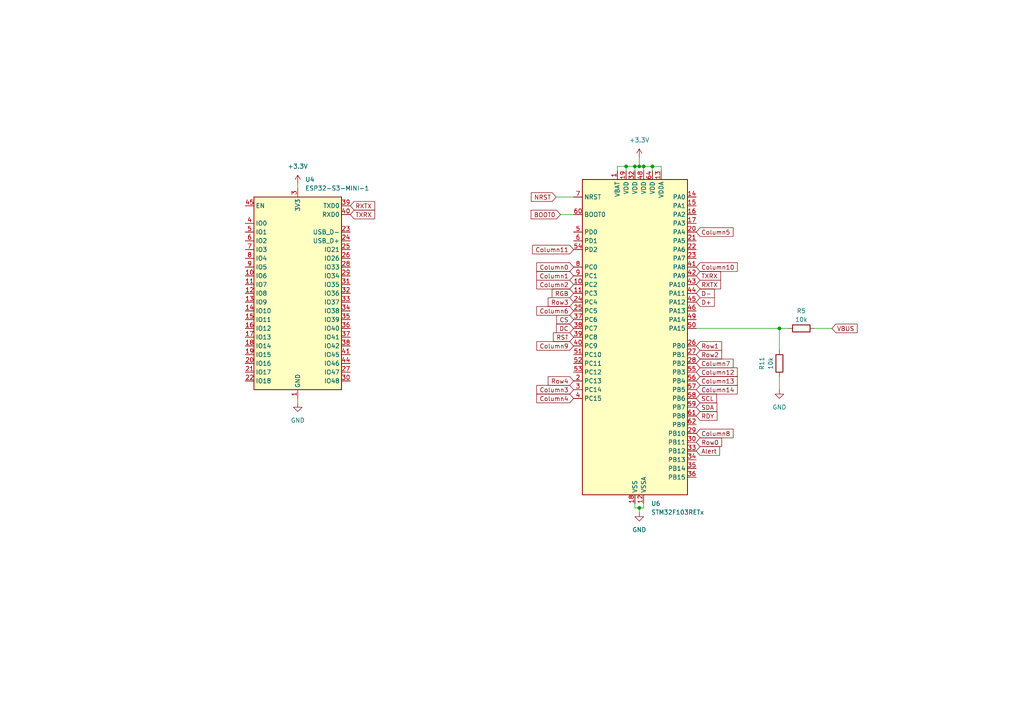
<source format=kicad_sch>
(kicad_sch (version 20250114) (generator "eeschema") (generator_version "9.0")
  (paper "A4")
  (lib_symbols
    (symbol "MCU_ST_STM32F1:STM32F103RETx"
      (property "Reference" "U" (at -15.24 46.99 0))
      (property "Value" "STM32F103RETx" (at 10.16 46.99 0))
      (symbol "STM32F103RETx_0_1"
        (rectangle (start -15.24 -45.72) (end 15.24 45.72) (stroke (width 0.254)) (fill (type background)))
      )
      (symbol "STM32F103RETx_1_1"
        (pin input line (at -17.78 40.64 0) (length 2.54) (name "NRST") (number "7"))
        (pin input line (at -17.78 35.56 0) (length 2.54) (name "BOOT0") (number "60"))
        (pin bidirectional line (at -17.78 30.48 0) (length 2.54) (name "PD0") (number "5"))
        (pin bidirectional line (at -17.78 27.94 0) (length 2.54) (name "PD1") (number "6"))
        (pin bidirectional line (at -17.78 25.4 0) (length 2.54) (name "PD2") (number "54"))
        (pin bidirectional line (at -17.78 20.32 0) (length 2.54) (name "PC0") (number "8"))
        (pin bidirectional line (at -17.78 17.78 0) (length 2.54) (name "PC1") (number "9"))
        (pin bidirectional line (at -17.78 15.24 0) (length 2.54) (name "PC2") (number "10"))
        (pin bidirectional line (at -17.78 12.7 0) (length 2.54) (name "PC3") (number "11"))
        (pin bidirectional line (at -17.78 10.16 0) (length 2.54) (name "PC4") (number "24"))
        (pin bidirectional line (at -17.78 7.62 0) (length 2.54) (name "PC5") (number "25"))
        (pin bidirectional line (at -17.78 5.08 0) (length 2.54) (name "PC6") (number "37"))
        (pin bidirectional line (at -17.78 2.54 0) (length 2.54) (name "PC7") (number "38"))
        (pin bidirectional line (at -17.78 0 0) (length 2.54) (name "PC8") (number "39"))
        (pin bidirectional line (at -17.78 -2.54 0) (length 2.54) (name "PC9") (number "40"))
        (pin bidirectional line (at -17.78 -5.08 0) (length 2.54) (name "PC10") (number "51"))
        (pin bidirectional line (at -17.78 -7.62 0) (length 2.54) (name "PC11") (number "52"))
        (pin bidirectional line (at -17.78 -10.16 0) (length 2.54) (name "PC12") (number "53"))
        (pin bidirectional line (at -17.78 -12.7 0) (length 2.54) (name "PC13") (number "2"))
        (pin bidirectional line (at -17.78 -15.24 0) (length 2.54) (name "PC14") (number "3"))
        (pin bidirectional line (at -17.78 -17.78 0) (length 2.54) (name "PC15") (number "4"))
        (pin power_in line (at -5.08 48.26 270) (length 2.54) (name "VBAT") (number "1"))
        (pin power_in line (at -2.54 48.26 270) (length 2.54) (name "VDD") (number "19"))
        (pin power_in line (at 0 48.26 270) (length 2.54) (name "VDD") (number "32"))
        (pin power_in line (at 0 -48.26 90) (length 2.54) (name "VSS") (number "18"))
        (pin passive line (at 0 -48.26 90) (length 2.54) (hide yes) (name "VSS") (number "31"))
        (pin passive line (at 0 -48.26 90) (length 2.54) (hide yes) (name "VSS") (number "47"))
        (pin passive line (at 0 -48.26 90) (length 2.54) (hide yes) (name "VSS") (number "63"))
        (pin power_in line (at 2.54 48.26 270) (length 2.54) (name "VDD") (number "48"))
        (pin power_in line (at 2.54 -48.26 90) (length 2.54) (name "VSSA") (number "12"))
        (pin power_in line (at 5.08 48.26 270) (length 2.54) (name "VDD") (number "64"))
        (pin power_in line (at 7.62 48.26 270) (length 2.54) (name "VDDA") (number "13"))
        (pin bidirectional line (at 17.78 40.64 180) (length 2.54) (name "PA0") (number "14"))
        (pin bidirectional line (at 17.78 38.1 180) (length 2.54) (name "PA1") (number "15"))
        (pin bidirectional line (at 17.78 35.56 180) (length 2.54) (name "PA2") (number "16"))
        (pin bidirectional line (at 17.78 33.02 180) (length 2.54) (name "PA3") (number "17"))
        (pin bidirectional line (at 17.78 30.48 180) (length 2.54) (name "PA4") (number "20"))
        (pin bidirectional line (at 17.78 27.94 180) (length 2.54) (name "PA5") (number "21"))
        (pin bidirectional line (at 17.78 25.4 180) (length 2.54) (name "PA6") (number "22"))
        (pin bidirectional line (at 17.78 22.86 180) (length 2.54) (name "PA7") (number "23"))
        (pin bidirectional line (at 17.78 20.32 180) (length 2.54) (name "PA8") (number "41"))
        (pin bidirectional line (at 17.78 17.78 180) (length 2.54) (name "PA9") (number "42"))
        (pin bidirectional line (at 17.78 15.24 180) (length 2.54) (name "PA10") (number "43"))
        (pin bidirectional line (at 17.78 12.7 180) (length 2.54) (name "PA11") (number "44"))
        (pin bidirectional line (at 17.78 10.16 180) (length 2.54) (name "PA12") (number "45"))
        (pin bidirectional line (at 17.78 7.62 180) (length 2.54) (name "PA13") (number "46"))
        (pin bidirectional line (at 17.78 5.08 180) (length 2.54) (name "PA14") (number "49"))
        (pin bidirectional line (at 17.78 2.54 180) (length 2.54) (name "PA15") (number "50"))
        (pin bidirectional line (at 17.78 -2.54 180) (length 2.54) (name "PB0") (number "26"))
        (pin bidirectional line (at 17.78 -5.08 180) (length 2.54) (name "PB1") (number "27"))
        (pin bidirectional line (at 17.78 -7.62 180) (length 2.54) (name "PB2") (number "28"))
        (pin bidirectional line (at 17.78 -10.16 180) (length 2.54) (name "PB3") (number "55"))
        (pin bidirectional line (at 17.78 -12.7 180) (length 2.54) (name "PB4") (number "56"))
        (pin bidirectional line (at 17.78 -15.24 180) (length 2.54) (name "PB5") (number "57"))
        (pin bidirectional line (at 17.78 -17.78 180) (length 2.54) (name "PB6") (number "58"))
        (pin bidirectional line (at 17.78 -20.32 180) (length 2.54) (name "PB7") (number "59"))
        (pin bidirectional line (at 17.78 -22.86 180) (length 2.54) (name "PB8") (number "61"))
        (pin bidirectional line (at 17.78 -25.4 180) (length 2.54) (name "PB9") (number "62"))
        (pin bidirectional line (at 17.78 -27.94 180) (length 2.54) (name "PB10") (number "29"))
        (pin bidirectional line (at 17.78 -30.48 180) (length 2.54) (name "PB11") (number "30"))
        (pin bidirectional line (at 17.78 -33.02 180) (length 2.54) (name "PB12") (number "33"))
        (pin bidirectional line (at 17.78 -35.56 180) (length 2.54) (name "PB13") (number "34"))
        (pin bidirectional line (at 17.78 -38.1 180) (length 2.54) (name "PB14") (number "35"))
        (pin bidirectional line (at 17.78 -40.64 180) (length 2.54) (name "PB15") (number "36"))
      )
    )
    (symbol "RF_Module:ESP32-S3-MINI-1"
      (property "Reference" "U" (at -11.43 29.21 0))
      (property "Value" "ESP32-S3-MINI-1" (at 12.7 29.21 0))
      (symbol "ESP32-S3-MINI-1_0_1"
        (rectangle (start -12.7 27.94) (end 12.7 -27.94) (stroke (width 0.254)) (fill (type background)))
      )
      (symbol "ESP32-S3-MINI-1_1_1"
        (pin input line (at -15.24 25.4 0) (length 2.54) (name "EN") (number "45"))
        (pin bidirectional line (at -15.24 20.32 0) (length 2.54) (name "IO0") (number "4"))
        (pin bidirectional line (at -15.24 17.78 0) (length 2.54) (name "IO1") (number "5"))
        (pin bidirectional line (at -15.24 15.24 0) (length 2.54) (name "IO2") (number "6"))
        (pin bidirectional line (at -15.24 12.7 0) (length 2.54) (name "IO3") (number "7"))
        (pin bidirectional line (at -15.24 10.16 0) (length 2.54) (name "IO4") (number "8"))
        (pin bidirectional line (at -15.24 7.62 0) (length 2.54) (name "IO5") (number "9"))
        (pin bidirectional line (at -15.24 5.08 0) (length 2.54) (name "IO6") (number "10"))
        (pin bidirectional line (at -15.24 2.54 0) (length 2.54) (name "IO7") (number "11"))
        (pin bidirectional line (at -15.24 0 0) (length 2.54) (name "IO8") (number "12"))
        (pin bidirectional line (at -15.24 -2.54 0) (length 2.54) (name "IO9") (number "13"))
        (pin bidirectional line (at -15.24 -5.08 0) (length 2.54) (name "IO10") (number "14"))
        (pin bidirectional line (at -15.24 -7.62 0) (length 2.54) (name "IO11") (number "15"))
        (pin bidirectional line (at -15.24 -10.16 0) (length 2.54) (name "IO12") (number "16"))
        (pin bidirectional line (at -15.24 -12.7 0) (length 2.54) (name "IO13") (number "17"))
        (pin bidirectional line (at -15.24 -15.24 0) (length 2.54) (name "IO14") (number "18"))
        (pin bidirectional line (at -15.24 -17.78 0) (length 2.54) (name "IO15") (number "19"))
        (pin bidirectional line (at -15.24 -20.32 0) (length 2.54) (name "IO16") (number "20"))
        (pin bidirectional line (at -15.24 -22.86 0) (length 2.54) (name "IO17") (number "21"))
        (pin bidirectional line (at -15.24 -25.4 0) (length 2.54) (name "IO18") (number "22"))
        (pin power_in line (at 0 30.48 270) (length 2.54) (name "3V3") (number "3"))
        (pin power_in line (at 0 -30.48 90) (length 2.54) (name "GND") (number "1"))
        (pin passive line (at 0 -30.48 90) (length 2.54) (hide yes) (name "GND") (number "2"))
        (pin passive line (at 0 -30.48 90) (length 2.54) (hide yes) (name "GND") (number "42"))
        (pin passive line (at 0 -30.48 90) (length 2.54) (hide yes) (name "GND") (number "43"))
        (pin passive line (at 0 -30.48 90) (length 2.54) (hide yes) (name "GND") (number "46"))
        (pin passive line (at 0 -30.48 90) (length 2.54) (hide yes) (name "GND") (number "47"))
        (pin passive line (at 0 -30.48 90) (length 2.54) (hide yes) (name "GND") (number "48"))
        (pin passive line (at 0 -30.48 90) (length 2.54) (hide yes) (name "GND") (number "49"))
        (pin passive line (at 0 -30.48 90) (length 2.54) (hide yes) (name "GND") (number "50"))
        (pin passive line (at 0 -30.48 90) (length 2.54) (hide yes) (name "GND") (number "51"))
        (pin passive line (at 0 -30.48 90) (length 2.54) (hide yes) (name "GND") (number "52"))
        (pin passive line (at 0 -30.48 90) (length 2.54) (hide yes) (name "GND") (number "53"))
        (pin passive line (at 0 -30.48 90) (length 2.54) (hide yes) (name "GND") (number "54"))
        (pin passive line (at 0 -30.48 90) (length 2.54) (hide yes) (name "GND") (number "55"))
        (pin passive line (at 0 -30.48 90) (length 2.54) (hide yes) (name "GND") (number "56"))
        (pin passive line (at 0 -30.48 90) (length 2.54) (hide yes) (name "GND") (number "57"))
        (pin passive line (at 0 -30.48 90) (length 2.54) (hide yes) (name "GND") (number "58"))
        (pin passive line (at 0 -30.48 90) (length 2.54) (hide yes) (name "GND") (number "59"))
        (pin passive line (at 0 -30.48 90) (length 2.54) (hide yes) (name "GND") (number "60"))
        (pin passive line (at 0 -30.48 90) (length 2.54) (hide yes) (name "GND") (number "61"))
        (pin passive line (at 0 -30.48 90) (length 2.54) (hide yes) (name "GND") (number "62"))
        (pin passive line (at 0 -30.48 90) (length 2.54) (hide yes) (name "GND") (number "63"))
        (pin passive line (at 0 -30.48 90) (length 2.54) (hide yes) (name "GND") (number "64"))
        (pin passive line (at 0 -30.48 90) (length 2.54) (hide yes) (name "GND") (number "65"))
        (pin bidirectional line (at 15.24 25.4 180) (length 2.54) (name "TXD0") (number "39"))
        (pin bidirectional line (at 15.24 22.86 180) (length 2.54) (name "RXD0") (number "40"))
        (pin bidirectional line (at 15.24 17.78 180) (length 2.54) (name "USB_D-") (number "23"))
        (pin bidirectional line (at 15.24 15.24 180) (length 2.54) (name "USB_D+") (number "24"))
        (pin bidirectional line (at 15.24 12.7 180) (length 2.54) (name "IO21") (number "25"))
        (pin bidirectional line (at 15.24 10.16 180) (length 2.54) (name "IO26") (number "26"))
        (pin bidirectional line (at 15.24 7.62 180) (length 2.54) (name "IO33") (number "28"))
        (pin bidirectional line (at 15.24 5.08 180) (length 2.54) (name "IO34") (number "29"))
        (pin bidirectional line (at 15.24 2.54 180) (length 2.54) (name "IO35") (number "31"))
        (pin bidirectional line (at 15.24 0 180) (length 2.54) (name "IO36") (number "32"))
        (pin bidirectional line (at 15.24 -2.54 180) (length 2.54) (name "IO37") (number "33"))
        (pin bidirectional line (at 15.24 -5.08 180) (length 2.54) (name "IO38") (number "34"))
        (pin bidirectional line (at 15.24 -7.62 180) (length 2.54) (name "IO39") (number "35"))
        (pin bidirectional line (at 15.24 -10.16 180) (length 2.54) (name "IO40") (number "36"))
        (pin bidirectional line (at 15.24 -12.7 180) (length 2.54) (name "IO41") (number "37"))
        (pin bidirectional line (at 15.24 -15.24 180) (length 2.54) (name "IO42") (number "38"))
        (pin bidirectional line (at 15.24 -17.78 180) (length 2.54) (name "IO45") (number "41"))
        (pin bidirectional line (at 15.24 -20.32 180) (length 2.54) (name "IO46") (number "44"))
        (pin bidirectional line (at 15.24 -22.86 180) (length 2.54) (name "IO47") (number "27"))
        (pin bidirectional line (at 15.24 -25.4 180) (length 2.54) (name "IO48") (number "30"))
      )
    )
    (symbol "ScottoKeebs:Placeholder_Resistor" (pin_numbers (hide yes)) (pin_names (offset 0))
      (property "Reference" "R" (at 0 2.032 0))
      (property "Value" "Resistor" (at 0 -2.54 0))
      (symbol "Placeholder_Resistor_0_1"
        (rectangle (start 2.54 -1.016) (end -2.54 1.016) (stroke (width 0.254)))
      )
      (symbol "Placeholder_Resistor_1_1"
        (pin passive line (at -3.81 0 0) (length 1.27) (name "~") (number "1"))
        (pin passive line (at 3.81 0 180) (length 1.27) (name "~") (number "2"))
      )
    )
    (symbol "power:+3.3V" (power) (pin_numbers (hide yes)) (pin_names (offset 0) (hide yes))
      (property "Value" "+3.3V" (at 0 3.556 0))
      (symbol "+3.3V_0_1"
        (polyline (pts (xy -0.762 1.27) (xy 0 2.54)))
        (polyline (pts (xy 0 2.54) (xy 0.762 1.27)))
        (polyline (pts (xy 0 0) (xy 0 2.54)))
      )
      (symbol "+3.3V_1_1"
        (pin power_in line (at 0 0 90) (length 0) (name "~") (number "1"))
      )
    )
    (symbol "power:GND" (power) (pin_numbers (hide yes)) (pin_names (offset 0) (hide yes))
      (property "Value" "GND" (at 0 -3.81 0))
      (symbol "GND_0_1"
        (polyline (pts (xy 0 0) (xy 0 -1.27) (xy 1.27 -1.27) (xy 0 -2.54) (xy -1.27 -1.27) (xy 0 -1.27)))
      )
      (symbol "GND_1_1"
        (pin power_in line (at 0 0 270) (length 0) (name "~") (number "1"))
      )
    )
  )
  (junction (at 189.23 48.26))
  (junction (at 185.42 147.32))
  (junction (at 185.42 48.26))
  (junction (at 186.69 48.26))
  (junction (at 184.15 48.26))
  (junction (at 226.06 95.25))
  (junction (at 181.61 48.26))
  (wire (pts (xy 236.22 95.25) (xy 241.3 95.25)))
  (wire (pts (xy 185.42 45.72) (xy 185.42 48.26)))
  (wire (pts (xy 185.42 48.26) (xy 186.69 48.26)))
  (wire (pts (xy 161.29 57.15) (xy 166.37 57.15)))
  (wire (pts (xy 179.07 48.26) (xy 181.61 48.26)))
  (wire (pts (xy 226.06 95.25) (xy 228.6 95.25)))
  (wire (pts (xy 162.56 62.23) (xy 166.37 62.23)))
  (wire (pts (xy 181.61 48.26) (xy 184.15 48.26)))
  (wire (pts (xy 185.42 48.26) (xy 184.15 48.26)))
  (wire (pts (xy 86.36 116.84) (xy 86.36 115.57)))
  (wire (pts (xy 184.15 48.26) (xy 184.15 49.53)))
  (wire (pts (xy 184.15 146.05) (xy 184.15 147.32)))
  (wire (pts (xy 185.42 148.59) (xy 185.42 147.32)))
  (wire (pts (xy 186.69 48.26) (xy 186.69 49.53)))
  (wire (pts (xy 201.93 95.25) (xy 226.06 95.25)))
  (wire (pts (xy 181.61 48.26) (xy 181.61 49.53)))
  (wire (pts (xy 226.06 101.6) (xy 226.06 95.25)))
  (wire (pts (xy 189.23 48.26) (xy 189.23 49.53)))
  (wire (pts (xy 191.77 48.26) (xy 191.77 49.53)))
  (wire (pts (xy 179.07 48.26) (xy 179.07 49.53)))
  (wire (pts (xy 184.15 147.32) (xy 185.42 147.32)))
  (wire (pts (xy 185.42 147.32) (xy 186.69 147.32)))
  (wire (pts (xy 86.36 53.34) (xy 86.36 54.61)))
  (wire (pts (xy 226.06 113.03) (xy 226.06 109.22)))
  (wire (pts (xy 186.69 48.26) (xy 189.23 48.26)))
  (wire (pts (xy 189.23 48.26) (xy 191.77 48.26)))
  (wire (pts (xy 186.69 147.32) (xy 186.69 146.05)))
  (global_label "D-" (shape input) (at 201.93 85.09 0) (property "Intersheetrefs" "${INTERSHEET_REFS}" (effects (hide yes))))
  (global_label "CS" (shape input) (at 166.37 92.71 180) (property "Intersheetrefs" "${INTERSHEET_REFS}" (effects (hide yes))))
  (global_label "Column1" (shape input) (at 166.37 80.01 180) (property "Intersheetrefs" "${INTERSHEET_REFS}" (effects (hide yes))))
  (global_label "Row2" (shape input) (at 201.93 102.87 0) (property "Intersheetrefs" "${INTERSHEET_REFS}" (effects (hide yes))))
  (global_label "Column10" (shape input) (at 201.93 77.47 0) (property "Intersheetrefs" "${INTERSHEET_REFS}" (effects (hide yes))))
  (global_label "Alert" (shape input) (at 201.93 130.81 0) (property "Intersheetrefs" "${INTERSHEET_REFS}" (effects (hide yes))))
  (global_label "Row0" (shape input) (at 201.93 128.27 0) (property "Intersheetrefs" "${INTERSHEET_REFS}" (effects (hide yes))))
  (global_label "SCL" (shape input) (at 201.93 115.57 0) (property "Intersheetrefs" "${INTERSHEET_REFS}" (effects (hide yes))))
  (global_label "Column14" (shape input) (at 201.93 113.03 0) (property "Intersheetrefs" "${INTERSHEET_REFS}" (effects (hide yes))))
  (global_label "Column7" (shape input) (at 201.93 105.41 0) (property "Intersheetrefs" "${INTERSHEET_REFS}" (effects (hide yes))))
  (global_label "TXRX" (shape input) (at 201.93 80.01 0) (property "Intersheetrefs" "${INTERSHEET_REFS}" (effects (hide yes))))
  (global_label "Column11" (shape input) (at 166.37 72.39 180) (property "Intersheetrefs" "${INTERSHEET_REFS}" (effects (hide yes))))
  (global_label "Row1" (shape input) (at 201.93 100.33 0) (property "Intersheetrefs" "${INTERSHEET_REFS}" (effects (hide yes))))
  (global_label "Row4" (shape input) (at 166.37 110.49 180) (property "Intersheetrefs" "${INTERSHEET_REFS}" (effects (hide yes))))
  (global_label "Column8" (shape input) (at 201.93 125.73 0) (property "Intersheetrefs" "${INTERSHEET_REFS}" (effects (hide yes))))
  (global_label "BOOT0" (shape input) (at 162.56 62.23 180) (property "Intersheetrefs" "${INTERSHEET_REFS}" (effects (hide yes))))
  (global_label "Column13" (shape input) (at 201.93 110.49 0) (property "Intersheetrefs" "${INTERSHEET_REFS}" (effects (hide yes))))
  (global_label "VBUS" (shape input) (at 241.3 95.25 0) (property "Intersheetrefs" "${INTERSHEET_REFS}" (effects (hide yes))))
  (global_label "Column4" (shape input) (at 166.37 115.57 180) (property "Intersheetrefs" "${INTERSHEET_REFS}" (effects (hide yes))))
  (global_label "Row3" (shape input) (at 166.37 87.63 180) (property "Intersheetrefs" "${INTERSHEET_REFS}" (effects (hide yes))))
  (global_label "DC" (shape input) (at 166.37 95.25 180) (property "Intersheetrefs" "${INTERSHEET_REFS}" (effects (hide yes))))
  (global_label "Column9" (shape input) (at 166.37 100.33 180) (property "Intersheetrefs" "${INTERSHEET_REFS}" (effects (hide yes))))
  (global_label "NRST" (shape input) (at 161.29 57.15 180) (property "Intersheetrefs" "${INTERSHEET_REFS}" (effects (hide yes))))
  (global_label "Column0" (shape input) (at 166.37 77.47 180) (property "Intersheetrefs" "${INTERSHEET_REFS}" (effects (hide yes))))
  (global_label "Column2" (shape input) (at 166.37 82.55 180) (property "Intersheetrefs" "${INTERSHEET_REFS}" (effects (hide yes))))
  (global_label "SDA" (shape input) (at 201.93 118.11 0) (property "Intersheetrefs" "${INTERSHEET_REFS}" (effects (hide yes))))
  (global_label "RGB" (shape input) (at 166.37 85.09 180) (property "Intersheetrefs" "${INTERSHEET_REFS}" (effects (hide yes))))
  (global_label "D+" (shape input) (at 201.93 87.63 0) (property "Intersheetrefs" "${INTERSHEET_REFS}" (effects (hide yes))))
  (global_label "RDY" (shape input) (at 201.93 120.65 0) (property "Intersheetrefs" "${INTERSHEET_REFS}" (effects (hide yes))))
  (global_label "Column3" (shape input) (at 166.37 113.03 180) (property "Intersheetrefs" "${INTERSHEET_REFS}" (effects (hide yes))))
  (global_label "RXTX" (shape input) (at 201.93 82.55 0) (property "Intersheetrefs" "${INTERSHEET_REFS}" (effects (hide yes))))
  (global_label "Column12" (shape input) (at 201.93 107.95 0) (property "Intersheetrefs" "${INTERSHEET_REFS}" (effects (hide yes))))
  (global_label "Column6" (shape input) (at 166.37 90.17 180) (property "Intersheetrefs" "${INTERSHEET_REFS}" (effects (hide yes))))
  (global_label "Column5" (shape input) (at 201.93 67.31 0) (property "Intersheetrefs" "${INTERSHEET_REFS}" (effects (hide yes))))
  (global_label "TXRX" (shape input) (at 101.6 62.23 0) (property "Intersheetrefs" "${INTERSHEET_REFS}" (effects (hide yes))))
  (global_label "RXTX" (shape input) (at 101.6 59.69 0) (property "Intersheetrefs" "${INTERSHEET_REFS}" (effects (hide yes))))
  (global_label "RST" (shape input) (at 166.37 97.79 180) (property "Intersheetrefs" "${INTERSHEET_REFS}" (effects (hide yes))))
  (symbol (lib_id "MCU_ST_STM32F1:STM32F103RETx") (at 184.15 97.79 0) (unit 1)
    (property "Reference" "U6" (at 188.8333 146.05 0) (effects (justify left)))
    (property "Value" "STM32F103RETx" (at 188.8333 148.59 0) (effects (justify left)))
    (property "Footprint" "Package_QFP:LQFP-64_10x10mm_P0.5mm" (effects (hide yes)))
    (property "Datasheet" "https://www.st.com/resource/en/datasheet/stm32f103re.pdf" (effects (hide yes)))
    (property "Description" "STMicroelectronics Arm Cortex-M3 MCU, 512KB flash, 64KB RAM, 72 MHz, 2.0-3.6V, 51 GPIO, LQFP64" (effects (hide yes)))
  )
  (symbol (lib_id "power:+3.3V") (at 185.42 45.72 0) (unit 1)
    (property "Reference" "#PWR023" (effects (hide yes)))
    (property "Value" "+3.3V" (at 185.42 40.64 0))
    (property "Description" "Power symbol creates a global label with name \"+3.3V\"" (effects (hide yes)))
  )
  (symbol (lib_id "RF_Module:ESP32-S3-MINI-1") (at 86.36 85.09 0) (unit 1)
    (property "Reference" "U4" (at 88.5033 52.07 0) (effects (justify left)))
    (property "Value" "ESP32-S3-MINI-1" (at 88.5033 54.61 0) (effects (justify left)))
    (property "Footprint" "ESP32-S3-MINI-1-N8:XCVR_ESP32-S3-MINI-1-N8" (effects (hide yes)))
    (property "Datasheet" "https://www.espressif.com/sites/default/files/documentation/esp32-s3-mini-1_mini-1u_datasheet_en.pdf" (effects (hide yes)))
    (property "Description" "RF Module, ESP32-S3 SoC, Wi-Fi 802.11b/g/n, Bluetooth, BLE, 32-bit, 3.3V, SMD, onboard antenna" (effects (hide yes)))
  )
  (symbol (lib_id "power:+3.3V") (at 86.36 53.34 0) (unit 1)
    (property "Reference" "#PWR024" (effects (hide yes)))
    (property "Value" "+3.3V" (at 86.36 48.26 0))
    (property "Description" "Power symbol creates a global label with name \"+3.3V\"" (effects (hide yes)))
  )
  (symbol (lib_id "power:GND") (at 185.42 148.59 0) (unit 1)
    (property "Reference" "#PWR06" (effects (hide yes)))
    (property "Value" "GND" (at 185.42 153.67 0))
    (property "Description" "Power symbol creates a global label with name \"GND\" , ground" (effects (hide yes)))
  )
  (symbol (lib_id "ScottoKeebs:Placeholder_Resistor") (at 232.41 95.25 0) (unit 1)
    (property "Reference" "R5" (at 232.41 90.17 0))
    (property "Value" "10k" (at 232.41 92.71 0))
    (property "Footprint" "RC0402FR-7D4K7L:RESC1005X40N" (effects (hide yes)))
    (property "Description" "Resistor" (effects (hide yes)))
  )
  (symbol (lib_id "power:GND") (at 86.36 116.84 0) (unit 1)
    (property "Reference" "#PWR07" (effects (hide yes)))
    (property "Value" "GND" (at 86.36 121.92 0))
    (property "Description" "Power symbol creates a global label with name \"GND\" , ground" (effects (hide yes)))
  )
  (symbol (lib_id "ScottoKeebs:Placeholder_Resistor") (at 226.06 105.41 90) (unit 1)
    (property "Reference" "R11" (at 220.98 105.41 0))
    (property "Value" "10k" (at 223.52 105.41 0))
    (property "Footprint" "RC0402FR-7D4K7L:RESC1005X40N" (effects (hide yes)))
    (property "Description" "Resistor" (effects (hide yes)))
  )
  (symbol (lib_id "power:GND") (at 226.06 113.03 0) (unit 1)
    (property "Reference" "#PWR010" (effects (hide yes)))
    (property "Value" "GND" (at 226.06 118.11 0))
    (property "Description" "Power symbol creates a global label with name \"GND\" , ground" (effects (hide yes)))
  )
)
</source>
